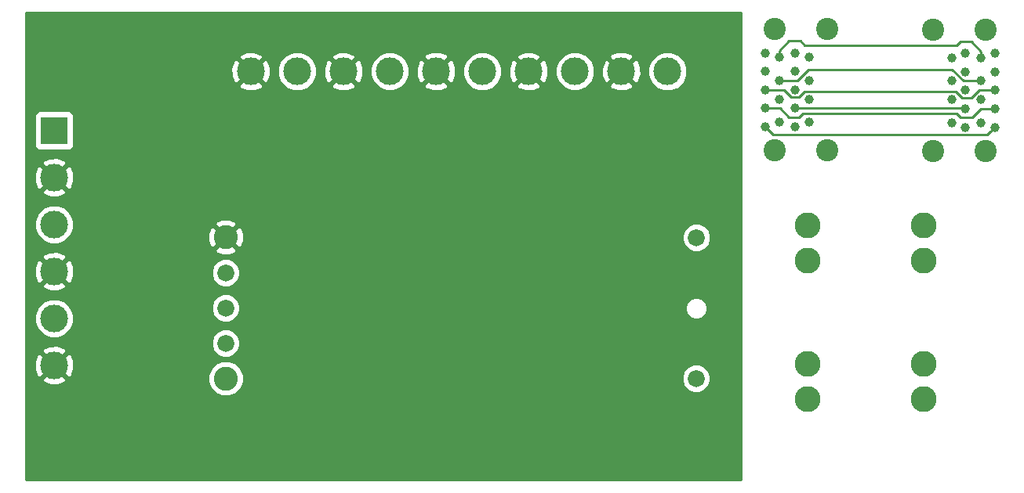
<source format=gbr>
G04 #@! TF.FileFunction,Copper,L2,Bot,Signal*
%FSLAX46Y46*%
G04 Gerber Fmt 4.6, Leading zero omitted, Abs format (unit mm)*
G04 Created by KiCad (PCBNEW 4.0.7) date 04/30/18 00:58:58*
%MOMM*%
%LPD*%
G01*
G04 APERTURE LIST*
%ADD10C,0.100000*%
%ADD11R,3.000000X3.000000*%
%ADD12C,3.000000*%
%ADD13C,2.800000*%
%ADD14C,2.590000*%
%ADD15C,1.830000*%
%ADD16C,2.400000*%
%ADD17C,1.000000*%
%ADD18C,0.600000*%
%ADD19C,0.250000*%
%ADD20C,0.254000*%
G04 APERTURE END LIST*
D10*
D11*
X62649100Y-122834400D03*
D12*
X62649100Y-127914400D03*
X62649100Y-132994400D03*
X62649100Y-138074400D03*
X62649100Y-143154400D03*
X62649100Y-148234400D03*
D13*
X144014800Y-133080600D03*
X144014800Y-136880600D03*
X156514800Y-133080600D03*
X156514800Y-136880600D03*
X144014800Y-148080600D03*
X144014800Y-151880600D03*
X156514800Y-148080600D03*
X156514800Y-151880600D03*
D14*
X81188700Y-149662000D03*
X81188700Y-134372000D03*
D15*
X81188700Y-145852000D03*
X81188700Y-142042000D03*
X81188700Y-138232000D03*
X131988700Y-149662000D03*
X132008700Y-134422000D03*
D12*
X128888700Y-116432000D03*
X123898700Y-116422000D03*
X118898700Y-116422000D03*
X113888700Y-116432000D03*
X108888700Y-116432000D03*
X103898700Y-116422000D03*
X98898700Y-116422000D03*
X93888700Y-116432000D03*
X88888700Y-116432000D03*
X83888700Y-116432000D03*
D16*
X157574500Y-125042200D03*
X163254500Y-125042200D03*
X163254500Y-111902200D03*
X157584500Y-111902200D03*
D17*
X159574500Y-114972200D03*
X159574500Y-121972200D03*
X159574500Y-119472200D03*
X159574500Y-117472200D03*
X161074500Y-114472200D03*
X161074500Y-116472200D03*
X161074500Y-118462200D03*
X161074500Y-120472200D03*
X161074500Y-122472200D03*
X162774500Y-121972200D03*
X162774500Y-119472200D03*
X162774500Y-117472200D03*
X162774500Y-114972200D03*
X164274500Y-114472200D03*
X164274500Y-116472200D03*
X164274500Y-118472200D03*
X164274500Y-120472200D03*
X164274500Y-122472200D03*
D16*
X146161600Y-125001600D03*
X140481600Y-125001600D03*
X140481600Y-111861600D03*
X146151600Y-111861600D03*
D17*
X144161600Y-114931600D03*
X144161600Y-121931600D03*
X144161600Y-119431600D03*
X144161600Y-117431600D03*
X142661600Y-114431600D03*
X142661600Y-116431600D03*
X142661600Y-118421600D03*
X142661600Y-120431600D03*
X142661600Y-122431600D03*
X140961600Y-121931600D03*
X140961600Y-119431600D03*
X140961600Y-117431600D03*
X140961600Y-114931600D03*
X139461600Y-114431600D03*
X139461600Y-116431600D03*
X139461600Y-118431600D03*
X139461600Y-120431600D03*
X139461600Y-122431600D03*
D18*
X76788700Y-123532000D03*
D19*
X142661600Y-120431600D02*
X161033900Y-120431600D01*
X160853498Y-117472200D02*
X162067394Y-117472200D01*
X162067394Y-117472200D02*
X162774500Y-117472200D01*
X159611698Y-116230400D02*
X160853498Y-117472200D01*
X140961600Y-117431600D02*
X142882602Y-117431600D01*
X142882602Y-117431600D02*
X144083802Y-116230400D01*
X144083802Y-116230400D02*
X159611698Y-116230400D01*
X143694011Y-113606599D02*
X160082689Y-113606599D01*
X162774500Y-114265094D02*
X162774500Y-114972200D01*
X140961600Y-114931600D02*
X140961600Y-114224494D01*
X142029506Y-113156588D02*
X143244001Y-113156588D01*
X140961600Y-114224494D02*
X142029506Y-113156588D01*
X143244001Y-113156588D02*
X143694011Y-113606599D01*
X161706594Y-113197188D02*
X162774500Y-114265094D01*
X160492099Y-113197188D02*
X161706594Y-113197188D01*
X160082689Y-113606599D02*
X160492099Y-113197188D01*
X160678499Y-119287201D02*
X161738497Y-119287201D01*
X159997897Y-118606599D02*
X160678499Y-119287201D01*
X163567394Y-118472200D02*
X164274500Y-118472200D01*
X162553498Y-118472200D02*
X163567394Y-118472200D01*
X161738497Y-119287201D02*
X162553498Y-118472200D01*
X139461600Y-118431600D02*
X141450598Y-118431600D01*
X142265599Y-119246601D02*
X143057601Y-119246601D01*
X143057601Y-119246601D02*
X143697603Y-118606599D01*
X141450598Y-118431600D02*
X142265599Y-119246601D01*
X143697603Y-118606599D02*
X159997897Y-118606599D01*
X139461600Y-120431600D02*
X141031865Y-120431600D01*
X143106096Y-121424246D02*
X143540342Y-120990000D01*
X141031865Y-120431600D02*
X142024511Y-121424246D01*
X142024511Y-121424246D02*
X143106096Y-121424246D01*
X143540342Y-120990000D02*
X160073167Y-120990000D01*
X163567394Y-120472200D02*
X164274500Y-120472200D01*
X160073167Y-120990000D02*
X160534051Y-121450884D01*
X160534051Y-121450884D02*
X161766118Y-121450884D01*
X161766118Y-121450884D02*
X162744802Y-120472200D01*
X162744802Y-120472200D02*
X163567394Y-120472200D01*
X139461600Y-122431600D02*
X140338291Y-123308291D01*
X140338291Y-123308291D02*
X163438409Y-123308291D01*
X163438409Y-123308291D02*
X163774501Y-122972199D01*
X163774501Y-122972199D02*
X164274500Y-122472200D01*
D20*
G36*
X136791700Y-160655000D02*
X59575700Y-160655000D01*
X59575700Y-149748370D01*
X61314735Y-149748370D01*
X61474518Y-150067139D01*
X62265287Y-150377123D01*
X63114487Y-150360897D01*
X63823682Y-150067139D01*
X63835172Y-150044216D01*
X79258366Y-150044216D01*
X79551572Y-150753829D01*
X80094015Y-151297220D01*
X80803115Y-151591664D01*
X81570916Y-151592334D01*
X82280529Y-151299128D01*
X82823920Y-150756685D01*
X83118364Y-150047585D01*
X83118432Y-149968961D01*
X130438432Y-149968961D01*
X130673908Y-150538857D01*
X131109549Y-150975260D01*
X131679033Y-151211730D01*
X132295661Y-151212268D01*
X132865557Y-150976792D01*
X133301960Y-150541151D01*
X133538430Y-149971667D01*
X133538968Y-149355039D01*
X133303492Y-148785143D01*
X132867851Y-148348740D01*
X132298367Y-148112270D01*
X131681739Y-148111732D01*
X131111843Y-148347208D01*
X130675440Y-148782849D01*
X130438970Y-149352333D01*
X130438432Y-149968961D01*
X83118432Y-149968961D01*
X83119034Y-149279784D01*
X82825828Y-148570171D01*
X82283385Y-148026780D01*
X81574285Y-147732336D01*
X80806484Y-147731666D01*
X80096871Y-148024872D01*
X79553480Y-148567315D01*
X79259036Y-149276415D01*
X79258366Y-150044216D01*
X63835172Y-150044216D01*
X63983465Y-149748370D01*
X62649100Y-148414005D01*
X61314735Y-149748370D01*
X59575700Y-149748370D01*
X59575700Y-147850587D01*
X60506377Y-147850587D01*
X60522603Y-148699787D01*
X60816361Y-149408982D01*
X61135130Y-149568765D01*
X62469495Y-148234400D01*
X62828705Y-148234400D01*
X64163070Y-149568765D01*
X64481839Y-149408982D01*
X64791823Y-148618213D01*
X64775597Y-147769013D01*
X64481839Y-147059818D01*
X64163070Y-146900035D01*
X62828705Y-148234400D01*
X62469495Y-148234400D01*
X61135130Y-146900035D01*
X60816361Y-147059818D01*
X60506377Y-147850587D01*
X59575700Y-147850587D01*
X59575700Y-146720430D01*
X61314735Y-146720430D01*
X62649100Y-148054795D01*
X63983465Y-146720430D01*
X63823682Y-146401661D01*
X63204555Y-146158961D01*
X79638432Y-146158961D01*
X79873908Y-146728857D01*
X80309549Y-147165260D01*
X80879033Y-147401730D01*
X81495661Y-147402268D01*
X82065557Y-147166792D01*
X82501960Y-146731151D01*
X82738430Y-146161667D01*
X82738968Y-145545039D01*
X82503492Y-144975143D01*
X82067851Y-144538740D01*
X81498367Y-144302270D01*
X80881739Y-144301732D01*
X80311843Y-144537208D01*
X79875440Y-144972849D01*
X79638970Y-145542333D01*
X79638432Y-146158961D01*
X63204555Y-146158961D01*
X63032913Y-146091677D01*
X62183713Y-146107903D01*
X61474518Y-146401661D01*
X61314735Y-146720430D01*
X59575700Y-146720430D01*
X59575700Y-143577215D01*
X60513730Y-143577215D01*
X60838080Y-144362200D01*
X61438141Y-144963309D01*
X62222559Y-145289028D01*
X63071915Y-145289770D01*
X63856900Y-144965420D01*
X64458009Y-144365359D01*
X64783728Y-143580941D01*
X64784470Y-142731585D01*
X64626373Y-142348961D01*
X79638432Y-142348961D01*
X79873908Y-142918857D01*
X80309549Y-143355260D01*
X80879033Y-143591730D01*
X81495661Y-143592268D01*
X82065557Y-143356792D01*
X82501960Y-142921151D01*
X82738430Y-142351667D01*
X82738495Y-142276677D01*
X130803494Y-142276677D01*
X130983520Y-142712372D01*
X131316575Y-143046009D01*
X131751955Y-143226794D01*
X132223377Y-143227206D01*
X132659072Y-143047180D01*
X132992709Y-142714125D01*
X133173494Y-142278745D01*
X133173906Y-141807323D01*
X132993880Y-141371628D01*
X132660825Y-141037991D01*
X132225445Y-140857206D01*
X131754023Y-140856794D01*
X131318328Y-141036820D01*
X130984691Y-141369875D01*
X130803906Y-141805255D01*
X130803494Y-142276677D01*
X82738495Y-142276677D01*
X82738968Y-141735039D01*
X82503492Y-141165143D01*
X82067851Y-140728740D01*
X81498367Y-140492270D01*
X80881739Y-140491732D01*
X80311843Y-140727208D01*
X79875440Y-141162849D01*
X79638970Y-141732333D01*
X79638432Y-142348961D01*
X64626373Y-142348961D01*
X64460120Y-141946600D01*
X63860059Y-141345491D01*
X63075641Y-141019772D01*
X62226285Y-141019030D01*
X61441300Y-141343380D01*
X60840191Y-141943441D01*
X60514472Y-142727859D01*
X60513730Y-143577215D01*
X59575700Y-143577215D01*
X59575700Y-139588370D01*
X61314735Y-139588370D01*
X61474518Y-139907139D01*
X62265287Y-140217123D01*
X63114487Y-140200897D01*
X63823682Y-139907139D01*
X63983465Y-139588370D01*
X62649100Y-138254005D01*
X61314735Y-139588370D01*
X59575700Y-139588370D01*
X59575700Y-137690587D01*
X60506377Y-137690587D01*
X60522603Y-138539787D01*
X60816361Y-139248982D01*
X61135130Y-139408765D01*
X62469495Y-138074400D01*
X62828705Y-138074400D01*
X64163070Y-139408765D01*
X64481839Y-139248982D01*
X64760169Y-138538961D01*
X79638432Y-138538961D01*
X79873908Y-139108857D01*
X80309549Y-139545260D01*
X80879033Y-139781730D01*
X81495661Y-139782268D01*
X82065557Y-139546792D01*
X82501960Y-139111151D01*
X82738430Y-138541667D01*
X82738968Y-137925039D01*
X82503492Y-137355143D01*
X82067851Y-136918740D01*
X81498367Y-136682270D01*
X80881739Y-136681732D01*
X80311843Y-136917208D01*
X79875440Y-137352849D01*
X79638970Y-137922333D01*
X79638432Y-138538961D01*
X64760169Y-138538961D01*
X64791823Y-138458213D01*
X64775597Y-137609013D01*
X64481839Y-136899818D01*
X64163070Y-136740035D01*
X62828705Y-138074400D01*
X62469495Y-138074400D01*
X61135130Y-136740035D01*
X60816361Y-136899818D01*
X60506377Y-137690587D01*
X59575700Y-137690587D01*
X59575700Y-136560430D01*
X61314735Y-136560430D01*
X62649100Y-137894795D01*
X63983465Y-136560430D01*
X63823682Y-136241661D01*
X63032913Y-135931677D01*
X62183713Y-135947903D01*
X61474518Y-136241661D01*
X61314735Y-136560430D01*
X59575700Y-136560430D01*
X59575700Y-135737846D01*
X80002459Y-135737846D01*
X80137206Y-136035322D01*
X80853772Y-136311099D01*
X81621328Y-136291665D01*
X82240194Y-136035322D01*
X82374941Y-135737846D01*
X81188700Y-134551605D01*
X80002459Y-135737846D01*
X59575700Y-135737846D01*
X59575700Y-133417215D01*
X60513730Y-133417215D01*
X60838080Y-134202200D01*
X61438141Y-134803309D01*
X62222559Y-135129028D01*
X63071915Y-135129770D01*
X63856900Y-134805420D01*
X64458009Y-134205359D01*
X64527887Y-134037072D01*
X79249601Y-134037072D01*
X79269035Y-134804628D01*
X79525378Y-135423494D01*
X79822854Y-135558241D01*
X81009095Y-134372000D01*
X81368305Y-134372000D01*
X82554546Y-135558241D01*
X82852022Y-135423494D01*
X83119319Y-134728961D01*
X130458432Y-134728961D01*
X130693908Y-135298857D01*
X131129549Y-135735260D01*
X131699033Y-135971730D01*
X132315661Y-135972268D01*
X132885557Y-135736792D01*
X133321960Y-135301151D01*
X133558430Y-134731667D01*
X133558968Y-134115039D01*
X133323492Y-133545143D01*
X132887851Y-133108740D01*
X132318367Y-132872270D01*
X131701739Y-132871732D01*
X131131843Y-133107208D01*
X130695440Y-133542849D01*
X130458970Y-134112333D01*
X130458432Y-134728961D01*
X83119319Y-134728961D01*
X83127799Y-134706928D01*
X83108365Y-133939372D01*
X82852022Y-133320506D01*
X82554546Y-133185759D01*
X81368305Y-134372000D01*
X81009095Y-134372000D01*
X79822854Y-133185759D01*
X79525378Y-133320506D01*
X79249601Y-134037072D01*
X64527887Y-134037072D01*
X64783728Y-133420941D01*
X64784090Y-133006154D01*
X80002459Y-133006154D01*
X81188700Y-134192395D01*
X82374941Y-133006154D01*
X82240194Y-132708678D01*
X81523628Y-132432901D01*
X80756072Y-132452335D01*
X80137206Y-132708678D01*
X80002459Y-133006154D01*
X64784090Y-133006154D01*
X64784470Y-132571585D01*
X64460120Y-131786600D01*
X63860059Y-131185491D01*
X63075641Y-130859772D01*
X62226285Y-130859030D01*
X61441300Y-131183380D01*
X60840191Y-131783441D01*
X60514472Y-132567859D01*
X60513730Y-133417215D01*
X59575700Y-133417215D01*
X59575700Y-129428370D01*
X61314735Y-129428370D01*
X61474518Y-129747139D01*
X62265287Y-130057123D01*
X63114487Y-130040897D01*
X63823682Y-129747139D01*
X63983465Y-129428370D01*
X62649100Y-128094005D01*
X61314735Y-129428370D01*
X59575700Y-129428370D01*
X59575700Y-127530587D01*
X60506377Y-127530587D01*
X60522603Y-128379787D01*
X60816361Y-129088982D01*
X61135130Y-129248765D01*
X62469495Y-127914400D01*
X62828705Y-127914400D01*
X64163070Y-129248765D01*
X64481839Y-129088982D01*
X64791823Y-128298213D01*
X64775597Y-127449013D01*
X64481839Y-126739818D01*
X64163070Y-126580035D01*
X62828705Y-127914400D01*
X62469495Y-127914400D01*
X61135130Y-126580035D01*
X60816361Y-126739818D01*
X60506377Y-127530587D01*
X59575700Y-127530587D01*
X59575700Y-126400430D01*
X61314735Y-126400430D01*
X62649100Y-127734795D01*
X63983465Y-126400430D01*
X63823682Y-126081661D01*
X63032913Y-125771677D01*
X62183713Y-125787903D01*
X61474518Y-126081661D01*
X61314735Y-126400430D01*
X59575700Y-126400430D01*
X59575700Y-121334400D01*
X60501660Y-121334400D01*
X60501660Y-124334400D01*
X60545938Y-124569717D01*
X60685010Y-124785841D01*
X60897210Y-124930831D01*
X61149100Y-124981840D01*
X64149100Y-124981840D01*
X64384417Y-124937562D01*
X64600541Y-124798490D01*
X64745531Y-124586290D01*
X64796540Y-124334400D01*
X64796540Y-121334400D01*
X64752262Y-121099083D01*
X64613190Y-120882959D01*
X64400990Y-120737969D01*
X64149100Y-120686960D01*
X61149100Y-120686960D01*
X60913783Y-120731238D01*
X60697659Y-120870310D01*
X60552669Y-121082510D01*
X60501660Y-121334400D01*
X59575700Y-121334400D01*
X59575700Y-117945970D01*
X82554335Y-117945970D01*
X82714118Y-118264739D01*
X83504887Y-118574723D01*
X84354087Y-118558497D01*
X85063282Y-118264739D01*
X85223065Y-117945970D01*
X83888700Y-116611605D01*
X82554335Y-117945970D01*
X59575700Y-117945970D01*
X59575700Y-116048187D01*
X81745977Y-116048187D01*
X81762203Y-116897387D01*
X82055961Y-117606582D01*
X82374730Y-117766365D01*
X83709095Y-116432000D01*
X84068305Y-116432000D01*
X85402670Y-117766365D01*
X85721439Y-117606582D01*
X86016134Y-116854815D01*
X86753330Y-116854815D01*
X87077680Y-117639800D01*
X87677741Y-118240909D01*
X88462159Y-118566628D01*
X89311515Y-118567370D01*
X90096500Y-118243020D01*
X90394068Y-117945970D01*
X92554335Y-117945970D01*
X92714118Y-118264739D01*
X93504887Y-118574723D01*
X94354087Y-118558497D01*
X95063282Y-118264739D01*
X95223065Y-117945970D01*
X93888700Y-116611605D01*
X92554335Y-117945970D01*
X90394068Y-117945970D01*
X90697609Y-117642959D01*
X91023328Y-116858541D01*
X91024035Y-116048187D01*
X91745977Y-116048187D01*
X91762203Y-116897387D01*
X92055961Y-117606582D01*
X92374730Y-117766365D01*
X93709095Y-116432000D01*
X94068305Y-116432000D01*
X95402670Y-117766365D01*
X95721439Y-117606582D01*
X96020054Y-116844815D01*
X96763330Y-116844815D01*
X97087680Y-117629800D01*
X97687741Y-118230909D01*
X98472159Y-118556628D01*
X99321515Y-118557370D01*
X100106500Y-118233020D01*
X100404068Y-117935970D01*
X102564335Y-117935970D01*
X102724118Y-118254739D01*
X103514887Y-118564723D01*
X104364087Y-118548497D01*
X105073282Y-118254739D01*
X105233065Y-117935970D01*
X103898700Y-116601605D01*
X102564335Y-117935970D01*
X100404068Y-117935970D01*
X100707609Y-117632959D01*
X101033328Y-116848541D01*
X101034035Y-116038187D01*
X101755977Y-116038187D01*
X101772203Y-116887387D01*
X102065961Y-117596582D01*
X102384730Y-117756365D01*
X103719095Y-116422000D01*
X104078305Y-116422000D01*
X105412670Y-117756365D01*
X105731439Y-117596582D01*
X106022214Y-116854815D01*
X106753330Y-116854815D01*
X107077680Y-117639800D01*
X107677741Y-118240909D01*
X108462159Y-118566628D01*
X109311515Y-118567370D01*
X110096500Y-118243020D01*
X110394068Y-117945970D01*
X112554335Y-117945970D01*
X112714118Y-118264739D01*
X113504887Y-118574723D01*
X114354087Y-118558497D01*
X115063282Y-118264739D01*
X115223065Y-117945970D01*
X113888700Y-116611605D01*
X112554335Y-117945970D01*
X110394068Y-117945970D01*
X110697609Y-117642959D01*
X111023328Y-116858541D01*
X111024035Y-116048187D01*
X111745977Y-116048187D01*
X111762203Y-116897387D01*
X112055961Y-117606582D01*
X112374730Y-117766365D01*
X113709095Y-116432000D01*
X114068305Y-116432000D01*
X115402670Y-117766365D01*
X115721439Y-117606582D01*
X116020054Y-116844815D01*
X116763330Y-116844815D01*
X117087680Y-117629800D01*
X117687741Y-118230909D01*
X118472159Y-118556628D01*
X119321515Y-118557370D01*
X120106500Y-118233020D01*
X120404068Y-117935970D01*
X122564335Y-117935970D01*
X122724118Y-118254739D01*
X123514887Y-118564723D01*
X124364087Y-118548497D01*
X125073282Y-118254739D01*
X125233065Y-117935970D01*
X123898700Y-116601605D01*
X122564335Y-117935970D01*
X120404068Y-117935970D01*
X120707609Y-117632959D01*
X121033328Y-116848541D01*
X121034035Y-116038187D01*
X121755977Y-116038187D01*
X121772203Y-116887387D01*
X122065961Y-117596582D01*
X122384730Y-117756365D01*
X123719095Y-116422000D01*
X124078305Y-116422000D01*
X125412670Y-117756365D01*
X125731439Y-117596582D01*
X126022214Y-116854815D01*
X126753330Y-116854815D01*
X127077680Y-117639800D01*
X127677741Y-118240909D01*
X128462159Y-118566628D01*
X129311515Y-118567370D01*
X130096500Y-118243020D01*
X130697609Y-117642959D01*
X131023328Y-116858541D01*
X131024070Y-116009185D01*
X130699720Y-115224200D01*
X130099659Y-114623091D01*
X129315241Y-114297372D01*
X128465885Y-114296630D01*
X127680900Y-114620980D01*
X127079791Y-115221041D01*
X126754072Y-116005459D01*
X126753330Y-116854815D01*
X126022214Y-116854815D01*
X126041423Y-116805813D01*
X126025197Y-115956613D01*
X125731439Y-115247418D01*
X125412670Y-115087635D01*
X124078305Y-116422000D01*
X123719095Y-116422000D01*
X122384730Y-115087635D01*
X122065961Y-115247418D01*
X121755977Y-116038187D01*
X121034035Y-116038187D01*
X121034070Y-115999185D01*
X120709720Y-115214200D01*
X120404084Y-114908030D01*
X122564335Y-114908030D01*
X123898700Y-116242395D01*
X125233065Y-114908030D01*
X125073282Y-114589261D01*
X124282513Y-114279277D01*
X123433313Y-114295503D01*
X122724118Y-114589261D01*
X122564335Y-114908030D01*
X120404084Y-114908030D01*
X120109659Y-114613091D01*
X119325241Y-114287372D01*
X118475885Y-114286630D01*
X117690900Y-114610980D01*
X117089791Y-115211041D01*
X116764072Y-115995459D01*
X116763330Y-116844815D01*
X116020054Y-116844815D01*
X116031423Y-116815813D01*
X116015197Y-115966613D01*
X115721439Y-115257418D01*
X115402670Y-115097635D01*
X114068305Y-116432000D01*
X113709095Y-116432000D01*
X112374730Y-115097635D01*
X112055961Y-115257418D01*
X111745977Y-116048187D01*
X111024035Y-116048187D01*
X111024070Y-116009185D01*
X110699720Y-115224200D01*
X110394084Y-114918030D01*
X112554335Y-114918030D01*
X113888700Y-116252395D01*
X115223065Y-114918030D01*
X115063282Y-114599261D01*
X114272513Y-114289277D01*
X113423313Y-114305503D01*
X112714118Y-114599261D01*
X112554335Y-114918030D01*
X110394084Y-114918030D01*
X110099659Y-114623091D01*
X109315241Y-114297372D01*
X108465885Y-114296630D01*
X107680900Y-114620980D01*
X107079791Y-115221041D01*
X106754072Y-116005459D01*
X106753330Y-116854815D01*
X106022214Y-116854815D01*
X106041423Y-116805813D01*
X106025197Y-115956613D01*
X105731439Y-115247418D01*
X105412670Y-115087635D01*
X104078305Y-116422000D01*
X103719095Y-116422000D01*
X102384730Y-115087635D01*
X102065961Y-115247418D01*
X101755977Y-116038187D01*
X101034035Y-116038187D01*
X101034070Y-115999185D01*
X100709720Y-115214200D01*
X100404084Y-114908030D01*
X102564335Y-114908030D01*
X103898700Y-116242395D01*
X105233065Y-114908030D01*
X105073282Y-114589261D01*
X104282513Y-114279277D01*
X103433313Y-114295503D01*
X102724118Y-114589261D01*
X102564335Y-114908030D01*
X100404084Y-114908030D01*
X100109659Y-114613091D01*
X99325241Y-114287372D01*
X98475885Y-114286630D01*
X97690900Y-114610980D01*
X97089791Y-115211041D01*
X96764072Y-115995459D01*
X96763330Y-116844815D01*
X96020054Y-116844815D01*
X96031423Y-116815813D01*
X96015197Y-115966613D01*
X95721439Y-115257418D01*
X95402670Y-115097635D01*
X94068305Y-116432000D01*
X93709095Y-116432000D01*
X92374730Y-115097635D01*
X92055961Y-115257418D01*
X91745977Y-116048187D01*
X91024035Y-116048187D01*
X91024070Y-116009185D01*
X90699720Y-115224200D01*
X90394084Y-114918030D01*
X92554335Y-114918030D01*
X93888700Y-116252395D01*
X95223065Y-114918030D01*
X95063282Y-114599261D01*
X94272513Y-114289277D01*
X93423313Y-114305503D01*
X92714118Y-114599261D01*
X92554335Y-114918030D01*
X90394084Y-114918030D01*
X90099659Y-114623091D01*
X89315241Y-114297372D01*
X88465885Y-114296630D01*
X87680900Y-114620980D01*
X87079791Y-115221041D01*
X86754072Y-116005459D01*
X86753330Y-116854815D01*
X86016134Y-116854815D01*
X86031423Y-116815813D01*
X86015197Y-115966613D01*
X85721439Y-115257418D01*
X85402670Y-115097635D01*
X84068305Y-116432000D01*
X83709095Y-116432000D01*
X82374730Y-115097635D01*
X82055961Y-115257418D01*
X81745977Y-116048187D01*
X59575700Y-116048187D01*
X59575700Y-114918030D01*
X82554335Y-114918030D01*
X83888700Y-116252395D01*
X85223065Y-114918030D01*
X85063282Y-114599261D01*
X84272513Y-114289277D01*
X83423313Y-114305503D01*
X82714118Y-114599261D01*
X82554335Y-114918030D01*
X59575700Y-114918030D01*
X59575700Y-110109000D01*
X136791700Y-110109000D01*
X136791700Y-160655000D01*
X136791700Y-160655000D01*
G37*
X136791700Y-160655000D02*
X59575700Y-160655000D01*
X59575700Y-149748370D01*
X61314735Y-149748370D01*
X61474518Y-150067139D01*
X62265287Y-150377123D01*
X63114487Y-150360897D01*
X63823682Y-150067139D01*
X63835172Y-150044216D01*
X79258366Y-150044216D01*
X79551572Y-150753829D01*
X80094015Y-151297220D01*
X80803115Y-151591664D01*
X81570916Y-151592334D01*
X82280529Y-151299128D01*
X82823920Y-150756685D01*
X83118364Y-150047585D01*
X83118432Y-149968961D01*
X130438432Y-149968961D01*
X130673908Y-150538857D01*
X131109549Y-150975260D01*
X131679033Y-151211730D01*
X132295661Y-151212268D01*
X132865557Y-150976792D01*
X133301960Y-150541151D01*
X133538430Y-149971667D01*
X133538968Y-149355039D01*
X133303492Y-148785143D01*
X132867851Y-148348740D01*
X132298367Y-148112270D01*
X131681739Y-148111732D01*
X131111843Y-148347208D01*
X130675440Y-148782849D01*
X130438970Y-149352333D01*
X130438432Y-149968961D01*
X83118432Y-149968961D01*
X83119034Y-149279784D01*
X82825828Y-148570171D01*
X82283385Y-148026780D01*
X81574285Y-147732336D01*
X80806484Y-147731666D01*
X80096871Y-148024872D01*
X79553480Y-148567315D01*
X79259036Y-149276415D01*
X79258366Y-150044216D01*
X63835172Y-150044216D01*
X63983465Y-149748370D01*
X62649100Y-148414005D01*
X61314735Y-149748370D01*
X59575700Y-149748370D01*
X59575700Y-147850587D01*
X60506377Y-147850587D01*
X60522603Y-148699787D01*
X60816361Y-149408982D01*
X61135130Y-149568765D01*
X62469495Y-148234400D01*
X62828705Y-148234400D01*
X64163070Y-149568765D01*
X64481839Y-149408982D01*
X64791823Y-148618213D01*
X64775597Y-147769013D01*
X64481839Y-147059818D01*
X64163070Y-146900035D01*
X62828705Y-148234400D01*
X62469495Y-148234400D01*
X61135130Y-146900035D01*
X60816361Y-147059818D01*
X60506377Y-147850587D01*
X59575700Y-147850587D01*
X59575700Y-146720430D01*
X61314735Y-146720430D01*
X62649100Y-148054795D01*
X63983465Y-146720430D01*
X63823682Y-146401661D01*
X63204555Y-146158961D01*
X79638432Y-146158961D01*
X79873908Y-146728857D01*
X80309549Y-147165260D01*
X80879033Y-147401730D01*
X81495661Y-147402268D01*
X82065557Y-147166792D01*
X82501960Y-146731151D01*
X82738430Y-146161667D01*
X82738968Y-145545039D01*
X82503492Y-144975143D01*
X82067851Y-144538740D01*
X81498367Y-144302270D01*
X80881739Y-144301732D01*
X80311843Y-144537208D01*
X79875440Y-144972849D01*
X79638970Y-145542333D01*
X79638432Y-146158961D01*
X63204555Y-146158961D01*
X63032913Y-146091677D01*
X62183713Y-146107903D01*
X61474518Y-146401661D01*
X61314735Y-146720430D01*
X59575700Y-146720430D01*
X59575700Y-143577215D01*
X60513730Y-143577215D01*
X60838080Y-144362200D01*
X61438141Y-144963309D01*
X62222559Y-145289028D01*
X63071915Y-145289770D01*
X63856900Y-144965420D01*
X64458009Y-144365359D01*
X64783728Y-143580941D01*
X64784470Y-142731585D01*
X64626373Y-142348961D01*
X79638432Y-142348961D01*
X79873908Y-142918857D01*
X80309549Y-143355260D01*
X80879033Y-143591730D01*
X81495661Y-143592268D01*
X82065557Y-143356792D01*
X82501960Y-142921151D01*
X82738430Y-142351667D01*
X82738495Y-142276677D01*
X130803494Y-142276677D01*
X130983520Y-142712372D01*
X131316575Y-143046009D01*
X131751955Y-143226794D01*
X132223377Y-143227206D01*
X132659072Y-143047180D01*
X132992709Y-142714125D01*
X133173494Y-142278745D01*
X133173906Y-141807323D01*
X132993880Y-141371628D01*
X132660825Y-141037991D01*
X132225445Y-140857206D01*
X131754023Y-140856794D01*
X131318328Y-141036820D01*
X130984691Y-141369875D01*
X130803906Y-141805255D01*
X130803494Y-142276677D01*
X82738495Y-142276677D01*
X82738968Y-141735039D01*
X82503492Y-141165143D01*
X82067851Y-140728740D01*
X81498367Y-140492270D01*
X80881739Y-140491732D01*
X80311843Y-140727208D01*
X79875440Y-141162849D01*
X79638970Y-141732333D01*
X79638432Y-142348961D01*
X64626373Y-142348961D01*
X64460120Y-141946600D01*
X63860059Y-141345491D01*
X63075641Y-141019772D01*
X62226285Y-141019030D01*
X61441300Y-141343380D01*
X60840191Y-141943441D01*
X60514472Y-142727859D01*
X60513730Y-143577215D01*
X59575700Y-143577215D01*
X59575700Y-139588370D01*
X61314735Y-139588370D01*
X61474518Y-139907139D01*
X62265287Y-140217123D01*
X63114487Y-140200897D01*
X63823682Y-139907139D01*
X63983465Y-139588370D01*
X62649100Y-138254005D01*
X61314735Y-139588370D01*
X59575700Y-139588370D01*
X59575700Y-137690587D01*
X60506377Y-137690587D01*
X60522603Y-138539787D01*
X60816361Y-139248982D01*
X61135130Y-139408765D01*
X62469495Y-138074400D01*
X62828705Y-138074400D01*
X64163070Y-139408765D01*
X64481839Y-139248982D01*
X64760169Y-138538961D01*
X79638432Y-138538961D01*
X79873908Y-139108857D01*
X80309549Y-139545260D01*
X80879033Y-139781730D01*
X81495661Y-139782268D01*
X82065557Y-139546792D01*
X82501960Y-139111151D01*
X82738430Y-138541667D01*
X82738968Y-137925039D01*
X82503492Y-137355143D01*
X82067851Y-136918740D01*
X81498367Y-136682270D01*
X80881739Y-136681732D01*
X80311843Y-136917208D01*
X79875440Y-137352849D01*
X79638970Y-137922333D01*
X79638432Y-138538961D01*
X64760169Y-138538961D01*
X64791823Y-138458213D01*
X64775597Y-137609013D01*
X64481839Y-136899818D01*
X64163070Y-136740035D01*
X62828705Y-138074400D01*
X62469495Y-138074400D01*
X61135130Y-136740035D01*
X60816361Y-136899818D01*
X60506377Y-137690587D01*
X59575700Y-137690587D01*
X59575700Y-136560430D01*
X61314735Y-136560430D01*
X62649100Y-137894795D01*
X63983465Y-136560430D01*
X63823682Y-136241661D01*
X63032913Y-135931677D01*
X62183713Y-135947903D01*
X61474518Y-136241661D01*
X61314735Y-136560430D01*
X59575700Y-136560430D01*
X59575700Y-135737846D01*
X80002459Y-135737846D01*
X80137206Y-136035322D01*
X80853772Y-136311099D01*
X81621328Y-136291665D01*
X82240194Y-136035322D01*
X82374941Y-135737846D01*
X81188700Y-134551605D01*
X80002459Y-135737846D01*
X59575700Y-135737846D01*
X59575700Y-133417215D01*
X60513730Y-133417215D01*
X60838080Y-134202200D01*
X61438141Y-134803309D01*
X62222559Y-135129028D01*
X63071915Y-135129770D01*
X63856900Y-134805420D01*
X64458009Y-134205359D01*
X64527887Y-134037072D01*
X79249601Y-134037072D01*
X79269035Y-134804628D01*
X79525378Y-135423494D01*
X79822854Y-135558241D01*
X81009095Y-134372000D01*
X81368305Y-134372000D01*
X82554546Y-135558241D01*
X82852022Y-135423494D01*
X83119319Y-134728961D01*
X130458432Y-134728961D01*
X130693908Y-135298857D01*
X131129549Y-135735260D01*
X131699033Y-135971730D01*
X132315661Y-135972268D01*
X132885557Y-135736792D01*
X133321960Y-135301151D01*
X133558430Y-134731667D01*
X133558968Y-134115039D01*
X133323492Y-133545143D01*
X132887851Y-133108740D01*
X132318367Y-132872270D01*
X131701739Y-132871732D01*
X131131843Y-133107208D01*
X130695440Y-133542849D01*
X130458970Y-134112333D01*
X130458432Y-134728961D01*
X83119319Y-134728961D01*
X83127799Y-134706928D01*
X83108365Y-133939372D01*
X82852022Y-133320506D01*
X82554546Y-133185759D01*
X81368305Y-134372000D01*
X81009095Y-134372000D01*
X79822854Y-133185759D01*
X79525378Y-133320506D01*
X79249601Y-134037072D01*
X64527887Y-134037072D01*
X64783728Y-133420941D01*
X64784090Y-133006154D01*
X80002459Y-133006154D01*
X81188700Y-134192395D01*
X82374941Y-133006154D01*
X82240194Y-132708678D01*
X81523628Y-132432901D01*
X80756072Y-132452335D01*
X80137206Y-132708678D01*
X80002459Y-133006154D01*
X64784090Y-133006154D01*
X64784470Y-132571585D01*
X64460120Y-131786600D01*
X63860059Y-131185491D01*
X63075641Y-130859772D01*
X62226285Y-130859030D01*
X61441300Y-131183380D01*
X60840191Y-131783441D01*
X60514472Y-132567859D01*
X60513730Y-133417215D01*
X59575700Y-133417215D01*
X59575700Y-129428370D01*
X61314735Y-129428370D01*
X61474518Y-129747139D01*
X62265287Y-130057123D01*
X63114487Y-130040897D01*
X63823682Y-129747139D01*
X63983465Y-129428370D01*
X62649100Y-128094005D01*
X61314735Y-129428370D01*
X59575700Y-129428370D01*
X59575700Y-127530587D01*
X60506377Y-127530587D01*
X60522603Y-128379787D01*
X60816361Y-129088982D01*
X61135130Y-129248765D01*
X62469495Y-127914400D01*
X62828705Y-127914400D01*
X64163070Y-129248765D01*
X64481839Y-129088982D01*
X64791823Y-128298213D01*
X64775597Y-127449013D01*
X64481839Y-126739818D01*
X64163070Y-126580035D01*
X62828705Y-127914400D01*
X62469495Y-127914400D01*
X61135130Y-126580035D01*
X60816361Y-126739818D01*
X60506377Y-127530587D01*
X59575700Y-127530587D01*
X59575700Y-126400430D01*
X61314735Y-126400430D01*
X62649100Y-127734795D01*
X63983465Y-126400430D01*
X63823682Y-126081661D01*
X63032913Y-125771677D01*
X62183713Y-125787903D01*
X61474518Y-126081661D01*
X61314735Y-126400430D01*
X59575700Y-126400430D01*
X59575700Y-121334400D01*
X60501660Y-121334400D01*
X60501660Y-124334400D01*
X60545938Y-124569717D01*
X60685010Y-124785841D01*
X60897210Y-124930831D01*
X61149100Y-124981840D01*
X64149100Y-124981840D01*
X64384417Y-124937562D01*
X64600541Y-124798490D01*
X64745531Y-124586290D01*
X64796540Y-124334400D01*
X64796540Y-121334400D01*
X64752262Y-121099083D01*
X64613190Y-120882959D01*
X64400990Y-120737969D01*
X64149100Y-120686960D01*
X61149100Y-120686960D01*
X60913783Y-120731238D01*
X60697659Y-120870310D01*
X60552669Y-121082510D01*
X60501660Y-121334400D01*
X59575700Y-121334400D01*
X59575700Y-117945970D01*
X82554335Y-117945970D01*
X82714118Y-118264739D01*
X83504887Y-118574723D01*
X84354087Y-118558497D01*
X85063282Y-118264739D01*
X85223065Y-117945970D01*
X83888700Y-116611605D01*
X82554335Y-117945970D01*
X59575700Y-117945970D01*
X59575700Y-116048187D01*
X81745977Y-116048187D01*
X81762203Y-116897387D01*
X82055961Y-117606582D01*
X82374730Y-117766365D01*
X83709095Y-116432000D01*
X84068305Y-116432000D01*
X85402670Y-117766365D01*
X85721439Y-117606582D01*
X86016134Y-116854815D01*
X86753330Y-116854815D01*
X87077680Y-117639800D01*
X87677741Y-118240909D01*
X88462159Y-118566628D01*
X89311515Y-118567370D01*
X90096500Y-118243020D01*
X90394068Y-117945970D01*
X92554335Y-117945970D01*
X92714118Y-118264739D01*
X93504887Y-118574723D01*
X94354087Y-118558497D01*
X95063282Y-118264739D01*
X95223065Y-117945970D01*
X93888700Y-116611605D01*
X92554335Y-117945970D01*
X90394068Y-117945970D01*
X90697609Y-117642959D01*
X91023328Y-116858541D01*
X91024035Y-116048187D01*
X91745977Y-116048187D01*
X91762203Y-116897387D01*
X92055961Y-117606582D01*
X92374730Y-117766365D01*
X93709095Y-116432000D01*
X94068305Y-116432000D01*
X95402670Y-117766365D01*
X95721439Y-117606582D01*
X96020054Y-116844815D01*
X96763330Y-116844815D01*
X97087680Y-117629800D01*
X97687741Y-118230909D01*
X98472159Y-118556628D01*
X99321515Y-118557370D01*
X100106500Y-118233020D01*
X100404068Y-117935970D01*
X102564335Y-117935970D01*
X102724118Y-118254739D01*
X103514887Y-118564723D01*
X104364087Y-118548497D01*
X105073282Y-118254739D01*
X105233065Y-117935970D01*
X103898700Y-116601605D01*
X102564335Y-117935970D01*
X100404068Y-117935970D01*
X100707609Y-117632959D01*
X101033328Y-116848541D01*
X101034035Y-116038187D01*
X101755977Y-116038187D01*
X101772203Y-116887387D01*
X102065961Y-117596582D01*
X102384730Y-117756365D01*
X103719095Y-116422000D01*
X104078305Y-116422000D01*
X105412670Y-117756365D01*
X105731439Y-117596582D01*
X106022214Y-116854815D01*
X106753330Y-116854815D01*
X107077680Y-117639800D01*
X107677741Y-118240909D01*
X108462159Y-118566628D01*
X109311515Y-118567370D01*
X110096500Y-118243020D01*
X110394068Y-117945970D01*
X112554335Y-117945970D01*
X112714118Y-118264739D01*
X113504887Y-118574723D01*
X114354087Y-118558497D01*
X115063282Y-118264739D01*
X115223065Y-117945970D01*
X113888700Y-116611605D01*
X112554335Y-117945970D01*
X110394068Y-117945970D01*
X110697609Y-117642959D01*
X111023328Y-116858541D01*
X111024035Y-116048187D01*
X111745977Y-116048187D01*
X111762203Y-116897387D01*
X112055961Y-117606582D01*
X112374730Y-117766365D01*
X113709095Y-116432000D01*
X114068305Y-116432000D01*
X115402670Y-117766365D01*
X115721439Y-117606582D01*
X116020054Y-116844815D01*
X116763330Y-116844815D01*
X117087680Y-117629800D01*
X117687741Y-118230909D01*
X118472159Y-118556628D01*
X119321515Y-118557370D01*
X120106500Y-118233020D01*
X120404068Y-117935970D01*
X122564335Y-117935970D01*
X122724118Y-118254739D01*
X123514887Y-118564723D01*
X124364087Y-118548497D01*
X125073282Y-118254739D01*
X125233065Y-117935970D01*
X123898700Y-116601605D01*
X122564335Y-117935970D01*
X120404068Y-117935970D01*
X120707609Y-117632959D01*
X121033328Y-116848541D01*
X121034035Y-116038187D01*
X121755977Y-116038187D01*
X121772203Y-116887387D01*
X122065961Y-117596582D01*
X122384730Y-117756365D01*
X123719095Y-116422000D01*
X124078305Y-116422000D01*
X125412670Y-117756365D01*
X125731439Y-117596582D01*
X126022214Y-116854815D01*
X126753330Y-116854815D01*
X127077680Y-117639800D01*
X127677741Y-118240909D01*
X128462159Y-118566628D01*
X129311515Y-118567370D01*
X130096500Y-118243020D01*
X130697609Y-117642959D01*
X131023328Y-116858541D01*
X131024070Y-116009185D01*
X130699720Y-115224200D01*
X130099659Y-114623091D01*
X129315241Y-114297372D01*
X128465885Y-114296630D01*
X127680900Y-114620980D01*
X127079791Y-115221041D01*
X126754072Y-116005459D01*
X126753330Y-116854815D01*
X126022214Y-116854815D01*
X126041423Y-116805813D01*
X126025197Y-115956613D01*
X125731439Y-115247418D01*
X125412670Y-115087635D01*
X124078305Y-116422000D01*
X123719095Y-116422000D01*
X122384730Y-115087635D01*
X122065961Y-115247418D01*
X121755977Y-116038187D01*
X121034035Y-116038187D01*
X121034070Y-115999185D01*
X120709720Y-115214200D01*
X120404084Y-114908030D01*
X122564335Y-114908030D01*
X123898700Y-116242395D01*
X125233065Y-114908030D01*
X125073282Y-114589261D01*
X124282513Y-114279277D01*
X123433313Y-114295503D01*
X122724118Y-114589261D01*
X122564335Y-114908030D01*
X120404084Y-114908030D01*
X120109659Y-114613091D01*
X119325241Y-114287372D01*
X118475885Y-114286630D01*
X117690900Y-114610980D01*
X117089791Y-115211041D01*
X116764072Y-115995459D01*
X116763330Y-116844815D01*
X116020054Y-116844815D01*
X116031423Y-116815813D01*
X116015197Y-115966613D01*
X115721439Y-115257418D01*
X115402670Y-115097635D01*
X114068305Y-116432000D01*
X113709095Y-116432000D01*
X112374730Y-115097635D01*
X112055961Y-115257418D01*
X111745977Y-116048187D01*
X111024035Y-116048187D01*
X111024070Y-116009185D01*
X110699720Y-115224200D01*
X110394084Y-114918030D01*
X112554335Y-114918030D01*
X113888700Y-116252395D01*
X115223065Y-114918030D01*
X115063282Y-114599261D01*
X114272513Y-114289277D01*
X113423313Y-114305503D01*
X112714118Y-114599261D01*
X112554335Y-114918030D01*
X110394084Y-114918030D01*
X110099659Y-114623091D01*
X109315241Y-114297372D01*
X108465885Y-114296630D01*
X107680900Y-114620980D01*
X107079791Y-115221041D01*
X106754072Y-116005459D01*
X106753330Y-116854815D01*
X106022214Y-116854815D01*
X106041423Y-116805813D01*
X106025197Y-115956613D01*
X105731439Y-115247418D01*
X105412670Y-115087635D01*
X104078305Y-116422000D01*
X103719095Y-116422000D01*
X102384730Y-115087635D01*
X102065961Y-115247418D01*
X101755977Y-116038187D01*
X101034035Y-116038187D01*
X101034070Y-115999185D01*
X100709720Y-115214200D01*
X100404084Y-114908030D01*
X102564335Y-114908030D01*
X103898700Y-116242395D01*
X105233065Y-114908030D01*
X105073282Y-114589261D01*
X104282513Y-114279277D01*
X103433313Y-114295503D01*
X102724118Y-114589261D01*
X102564335Y-114908030D01*
X100404084Y-114908030D01*
X100109659Y-114613091D01*
X99325241Y-114287372D01*
X98475885Y-114286630D01*
X97690900Y-114610980D01*
X97089791Y-115211041D01*
X96764072Y-115995459D01*
X96763330Y-116844815D01*
X96020054Y-116844815D01*
X96031423Y-116815813D01*
X96015197Y-115966613D01*
X95721439Y-115257418D01*
X95402670Y-115097635D01*
X94068305Y-116432000D01*
X93709095Y-116432000D01*
X92374730Y-115097635D01*
X92055961Y-115257418D01*
X91745977Y-116048187D01*
X91024035Y-116048187D01*
X91024070Y-116009185D01*
X90699720Y-115224200D01*
X90394084Y-114918030D01*
X92554335Y-114918030D01*
X93888700Y-116252395D01*
X95223065Y-114918030D01*
X95063282Y-114599261D01*
X94272513Y-114289277D01*
X93423313Y-114305503D01*
X92714118Y-114599261D01*
X92554335Y-114918030D01*
X90394084Y-114918030D01*
X90099659Y-114623091D01*
X89315241Y-114297372D01*
X88465885Y-114296630D01*
X87680900Y-114620980D01*
X87079791Y-115221041D01*
X86754072Y-116005459D01*
X86753330Y-116854815D01*
X86016134Y-116854815D01*
X86031423Y-116815813D01*
X86015197Y-115966613D01*
X85721439Y-115257418D01*
X85402670Y-115097635D01*
X84068305Y-116432000D01*
X83709095Y-116432000D01*
X82374730Y-115097635D01*
X82055961Y-115257418D01*
X81745977Y-116048187D01*
X59575700Y-116048187D01*
X59575700Y-114918030D01*
X82554335Y-114918030D01*
X83888700Y-116252395D01*
X85223065Y-114918030D01*
X85063282Y-114599261D01*
X84272513Y-114289277D01*
X83423313Y-114305503D01*
X82714118Y-114599261D01*
X82554335Y-114918030D01*
X59575700Y-114918030D01*
X59575700Y-110109000D01*
X136791700Y-110109000D01*
X136791700Y-160655000D01*
M02*

</source>
